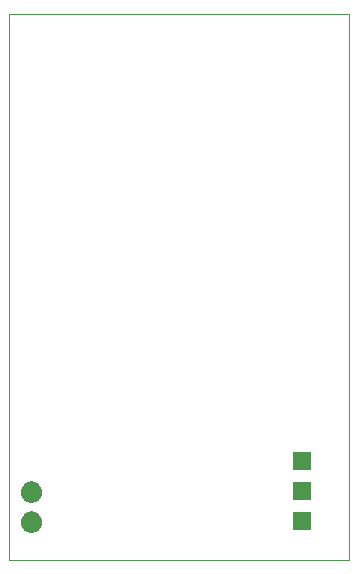
<source format=gbs>
G75*
G71*
%OFA0B0*%
%FSLAX23Y23*%
%IPPOS*%
%LPD*%
%ADD10C,0.1*%
%LPD*%D10*
X0Y0D02*
X0Y100D01*
X0Y200D01*
X0Y300D01*
X0Y399D01*
X0Y499D01*
X0Y599D01*
X0Y699D01*
X0Y799D01*
X0Y899D01*
X0Y999D01*
X0Y1098D01*
X0Y1198D01*
X0Y1298D01*
X0Y1398D01*
X0Y1498D01*
X0Y1598D01*
X0Y1697D01*
X0Y1797D01*
X0Y1897D01*
X0Y1997D01*
X0Y2097D01*
X0Y2197D01*
X0Y2297D01*
X0Y2396D01*
X0Y2496D01*
X0Y2596D01*
X0Y2696D01*
X0Y2796D01*
X0Y2896D01*
X0Y2996D01*
X0Y3095D01*
X0Y3195D01*
X0Y3295D01*
X0Y3395D01*
X0Y3495D01*
X0Y3595D01*
X0Y3694D01*
X0Y3794D01*
X0Y3894D01*
X0Y3994D01*
X0Y4094D01*
X0Y4194D01*
X0Y4294D01*
X0Y4393D01*
X0Y4493D01*
X0Y4593D01*
X0Y4693D01*
X0Y4793D01*
X0Y4893D01*
X0Y4993D01*
X0Y5092D01*
X0Y5192D01*
X0Y5292D01*
X0Y5392D01*
X0Y5492D01*
X0Y5592D01*
X0Y5692D01*
X0Y5791D01*
X0Y5891D01*
X0Y5991D01*
X0Y6091D01*
X0Y6191D01*
X0Y6291D01*
X0Y6390D01*
X0Y6490D01*
X0Y6590D01*
X0Y6690D01*
X0Y6790D01*
X0Y6890D01*
X0Y6990D01*
X0Y7089D01*
X0Y7189D01*
X0Y7289D01*
X0Y7389D01*
X0Y7489D01*
X0Y7589D01*
X0Y7689D01*
X0Y7788D01*
X0Y7888D01*
X0Y7988D01*
X0Y8088D01*
X0Y8188D01*
X0Y8288D01*
X0Y8388D01*
X0Y8487D01*
X0Y8587D01*
X0Y8687D01*
X0Y8787D01*
X0Y8887D01*
X0Y8987D01*
X0Y9086D01*
X0Y9186D01*
X0Y9286D01*
X0Y9386D01*
X0Y9486D01*
X0Y9586D01*
X0Y9686D01*
X0Y9785D01*
X0Y9885D01*
X0Y9985D01*
X0Y10085D01*
X0Y10185D01*
X0Y10285D01*
X0Y10385D01*
X0Y10484D01*
X0Y10584D01*
X0Y10684D01*
X0Y10784D01*
X0Y10884D01*
X0Y10984D01*
X0Y11083D01*
X0Y11183D01*
X0Y11283D01*
X0Y11383D01*
X0Y11483D01*
X0Y11583D01*
X0Y11683D01*
X0Y11782D01*
X0Y11882D01*
X0Y11982D01*
X0Y12082D01*
X0Y12182D01*
X0Y12282D01*
X0Y12382D01*
X0Y12481D01*
X0Y12581D01*
X0Y12681D01*
X0Y12781D01*
X0Y12881D01*
X0Y12981D01*
X0Y13081D01*
X0Y13180D01*
X0Y13280D01*
X0Y13380D01*
X0Y13480D01*
X0Y13580D01*
X0Y13680D01*
X0Y13779D01*
X0Y13879D01*
X0Y13979D01*
X0Y14079D01*
X0Y14179D01*
X0Y14279D01*
X0Y14379D01*
X0Y14478D01*
X0Y14578D01*
X0Y14678D01*
X0Y14778D01*
X0Y14878D01*
X0Y14978D01*
X0Y15078D01*
X0Y15177D01*
X0Y15277D01*
X0Y15377D01*
X0Y15477D01*
X0Y15577D01*
X0Y15677D01*
X0Y15777D01*
X0Y15876D01*
X0Y15976D01*
X0Y16076D01*
X0Y16176D01*
X0Y16276D01*
X0Y16376D01*
X0Y16475D01*
X0Y16575D01*
X0Y16675D01*
X0Y16775D01*
X0Y16875D01*
X0Y16975D01*
X0Y17075D01*
X0Y17174D01*
X0Y17274D01*
X0Y17374D01*
X0Y17474D01*
X0Y17574D01*
X0Y17674D01*
X0Y17774D01*
X0Y17873D01*
X0Y17973D01*
X0Y18073D01*
X0Y18173D01*
X0Y18273D01*
X0Y18373D01*
X0Y18472D01*
X0Y18572D01*
X0Y18672D01*
X0Y18772D01*
X0Y18872D01*
X0Y18972D01*
X0Y19072D01*
X0Y19171D01*
X0Y19271D01*
X0Y19371D01*
X0Y19471D01*
X0Y19571D01*
X0Y19671D01*
X0Y19771D01*
X0Y19870D01*
X0Y19970D01*
X0Y20070D01*
X0Y20170D01*
X0Y20270D01*
X0Y20370D01*
X0Y20470D01*
X0Y20569D01*
X0Y20669D01*
X0Y20769D01*
X0Y20869D01*
X0Y20969D01*
X0Y21069D01*
X0Y21168D01*
X0Y21268D01*
X0Y21368D01*
X0Y21468D01*
X0Y21568D01*
X0Y21668D01*
X0Y21768D01*
X0Y21867D01*
X0Y21967D01*
X0Y22067D01*
X0Y22167D01*
X0Y22267D01*
X0Y22367D01*
X0Y22467D01*
X0Y22566D01*
X0Y22666D01*
X0Y22766D01*
X0Y22866D01*
X0Y22966D01*
X0Y23066D01*
X0Y23166D01*
X0Y23265D01*
X0Y23365D01*
X0Y23465D01*
X0Y23565D01*
X0Y23665D01*
X0Y23765D01*
X0Y23864D01*
X0Y23964D01*
X0Y24064D01*
X0Y24164D01*
X0Y24264D01*
X0Y24364D01*
X0Y24464D01*
X0Y24563D01*
X0Y24663D01*
X0Y24763D01*
X0Y24863D01*
X0Y24963D01*
X0Y25063D01*
X0Y25163D01*
X0Y25262D01*
X0Y25362D01*
X0Y25462D01*
X0Y25562D01*
X0Y25662D01*
X0Y25762D01*
X0Y25861D01*
X0Y25961D01*
X0Y26061D01*
X0Y26161D01*
X0Y26261D01*
X0Y26361D01*
X0Y26461D01*
X0Y26560D01*
X0Y26660D01*
X0Y26760D01*
X0Y26860D01*
X0Y26960D01*
X0Y27060D01*
X0Y27160D01*
X0Y27259D01*
X0Y27359D01*
X0Y27459D01*
X0Y27559D01*
X0Y27659D01*
X0Y27759D01*
X0Y27859D01*
X0Y27958D01*
X0Y28058D01*
X0Y28158D01*
X0Y28258D01*
X0Y28358D01*
X0Y28458D01*
X0Y28557D01*
X0Y28657D01*
X0Y28757D01*
X0Y28857D01*
X0Y28957D01*
X0Y29057D01*
X0Y29157D01*
X0Y29256D01*
X0Y29356D01*
X0Y29456D01*
X0Y29556D01*
X0Y29656D01*
X0Y29756D01*
X0Y29856D01*
X0Y29955D01*
X0Y30055D01*
X0Y30155D01*
X0Y30255D01*
X0Y30355D01*
X0Y30455D01*
X0Y30555D01*
X0Y30654D01*
X0Y30754D01*
X0Y30854D01*
X0Y30954D01*
X0Y31054D01*
X0Y31154D01*
X0Y31253D01*
X0Y31353D01*
X0Y31453D01*
X0Y31553D01*
X0Y31653D01*
X0Y31753D01*
X0Y31853D01*
X0Y31952D01*
X0Y32052D01*
X0Y32152D01*
X0Y32252D01*
X0Y32352D01*
X0Y32452D01*
X0Y32552D01*
X0Y32651D01*
X0Y32751D01*
X0Y32851D01*
X0Y32951D01*
X0Y33051D01*
X0Y33151D01*
X0Y33251D01*
X0Y33350D01*
X0Y33450D01*
X0Y33550D01*
X0Y33650D01*
X0Y33750D01*
X0Y33850D01*
X0Y33949D01*
X0Y34049D01*
X0Y34149D01*
X0Y34249D01*
X0Y34349D01*
X0Y34449D01*
X0Y34549D01*
X0Y34648D01*
X0Y34748D01*
X0Y34848D01*
X0Y34948D01*
X0Y35048D01*
X0Y35148D01*
X0Y35248D01*
X0Y35347D01*
X0Y35447D01*
X0Y35547D01*
X0Y35647D01*
X0Y35747D01*
X0Y35847D01*
X0Y35947D01*
X0Y36046D01*
X0Y36146D01*
X0Y36246D01*
X0Y36346D01*
X0Y36446D01*
X0Y36546D01*
X0Y36645D01*
X0Y36745D01*
X0Y36845D01*
X0Y36945D01*
X0Y37045D01*
X0Y37145D01*
X0Y37245D01*
X0Y37344D01*
X0Y37444D01*
X0Y37544D01*
X0Y37644D01*
X0Y37744D01*
X0Y37844D01*
X0Y37944D01*
X0Y38043D01*
X0Y38143D01*
X0Y38243D01*
X0Y38343D01*
X0Y38443D01*
X0Y38543D01*
X0Y38643D01*
X0Y38742D01*
X0Y38842D01*
X0Y38942D01*
X0Y39042D01*
X0Y39142D01*
X0Y39242D01*
X0Y39341D01*
X0Y39441D01*
X0Y39541D01*
X0Y39641D01*
X0Y39741D01*
X0Y39841D01*
X0Y39941D01*
X0Y40040D01*
X0Y40140D01*
X0Y40240D01*
X0Y40340D01*
X0Y40440D01*
X0Y40540D01*
X0Y40640D01*
X0Y40739D01*
X0Y40839D01*
X0Y40939D01*
X0Y41039D01*
X0Y41139D01*
X0Y41239D01*
X0Y41339D01*
X0Y41438D01*
X0Y41538D01*
X0Y41638D01*
X0Y41738D01*
X0Y41838D01*
X0Y41938D01*
X0Y42037D01*
X0Y42137D01*
X0Y42237D01*
X0Y42337D01*
X0Y42437D01*
X0Y42537D01*
X0Y42637D01*
X0Y42736D01*
X0Y42836D01*
X0Y42936D01*
X0Y43036D01*
X0Y43136D01*
X0Y43236D01*
X0Y43336D01*
X0Y43435D01*
X0Y43535D01*
X0Y43635D01*
X0Y43735D01*
X0Y43835D01*
X0Y43935D01*
X0Y44035D01*
X0Y44134D01*
X0Y44234D01*
X0Y44334D01*
X0Y44434D01*
X0Y44534D01*
X0Y44634D01*
X0Y44734D01*
X0Y44833D01*
X0Y44933D01*
X0Y45033D01*
X0Y45133D01*
X0Y45233D01*
X0Y45333D01*
X0Y45432D01*
X0Y45532D01*
X0Y45632D01*
X0Y45732D01*
X0Y45832D01*
X0Y45932D01*
X0Y46032D01*
X0Y46131D01*
X0Y46231D01*
X100Y46231D01*
X200Y46231D01*
X300Y46231D01*
X400Y46231D01*
X500Y46231D01*
X600Y46231D01*
X700Y46231D01*
X800Y46231D01*
X900Y46231D01*
X999Y46231D01*
X1099Y46231D01*
X1199Y46231D01*
X1299Y46231D01*
X1399Y46231D01*
X1499Y46231D01*
X1599Y46231D01*
X1699Y46231D01*
X1799Y46231D01*
X1899Y46231D01*
X1999Y46231D01*
X2099Y46231D01*
X2199Y46231D01*
X2299Y46231D01*
X2399Y46231D01*
X2499Y46231D01*
X2599Y46231D01*
X2699Y46231D01*
X2799Y46231D01*
X2898Y46231D01*
X2998Y46231D01*
X3098Y46231D01*
X3198Y46231D01*
X3298Y46231D01*
X3398Y46231D01*
X3498Y46231D01*
X3598Y46231D01*
X3698Y46231D01*
X3798Y46231D01*
X3898Y46231D01*
X3998Y46231D01*
X4098Y46231D01*
X4198Y46231D01*
X4298Y46231D01*
X4398Y46231D01*
X4498Y46231D01*
X4598Y46231D01*
X4698Y46231D01*
X4798Y46231D01*
X4897Y46231D01*
X4997Y46231D01*
X5097Y46231D01*
X5197Y46231D01*
X5297Y46231D01*
X5397Y46231D01*
X5497Y46231D01*
X5597Y46231D01*
X5697Y46231D01*
X5797Y46231D01*
X5897Y46231D01*
X5997Y46231D01*
X6097Y46231D01*
X6197Y46231D01*
X6297Y46231D01*
X6397Y46231D01*
X6497Y46231D01*
X6597Y46231D01*
X6697Y46231D01*
X6796Y46231D01*
X6896Y46231D01*
X6996Y46231D01*
X7096Y46231D01*
X7196Y46231D01*
X7296Y46231D01*
X7396Y46231D01*
X7496Y46231D01*
X7596Y46231D01*
X7696Y46231D01*
X7796Y46231D01*
X7896Y46231D01*
X7996Y46231D01*
X8096Y46231D01*
X8196Y46231D01*
X8296Y46231D01*
X8396Y46231D01*
X8496Y46231D01*
X8596Y46231D01*
X8696Y46231D01*
X8795Y46231D01*
X8895Y46231D01*
X8995Y46231D01*
X9095Y46231D01*
X9195Y46231D01*
X9295Y46231D01*
X9395Y46231D01*
X9495Y46231D01*
X9595Y46231D01*
X9695Y46231D01*
X9795Y46231D01*
X9895Y46231D01*
X9995Y46231D01*
X10095Y46231D01*
X10195Y46231D01*
X10295Y46231D01*
X10395Y46231D01*
X10495Y46231D01*
X10595Y46231D01*
X10694Y46231D01*
X10794Y46231D01*
X10894Y46231D01*
X10994Y46231D01*
X11094Y46231D01*
X11194Y46231D01*
X11294Y46231D01*
X11394Y46231D01*
X11494Y46231D01*
X11594Y46231D01*
X11694Y46231D01*
X11794Y46231D01*
X11894Y46231D01*
X11994Y46231D01*
X12094Y46231D01*
X12194Y46231D01*
X12294Y46231D01*
X12394Y46231D01*
X12494Y46231D01*
X12593Y46231D01*
X12693Y46231D01*
X12793Y46231D01*
X12893Y46231D01*
X12993Y46231D01*
X13093Y46231D01*
X13193Y46231D01*
X13293Y46231D01*
X13393Y46231D01*
X13493Y46231D01*
X13593Y46231D01*
X13693Y46231D01*
X13793Y46231D01*
X13893Y46231D01*
X13993Y46231D01*
X14093Y46231D01*
X14193Y46231D01*
X14293Y46231D01*
X14393Y46231D01*
X14493Y46231D01*
X14592Y46231D01*
X14692Y46231D01*
X14792Y46231D01*
X14892Y46231D01*
X14992Y46231D01*
X15092Y46231D01*
X15192Y46231D01*
X15292Y46231D01*
X15392Y46231D01*
X15492Y46231D01*
X15592Y46231D01*
X15692Y46231D01*
X15792Y46231D01*
X15892Y46231D01*
X15992Y46231D01*
X16092Y46231D01*
X16192Y46231D01*
X16292Y46231D01*
X16392Y46231D01*
X16491Y46231D01*
X16591Y46231D01*
X16691Y46231D01*
X16791Y46231D01*
X16891Y46231D01*
X16991Y46231D01*
X17091Y46231D01*
X17191Y46231D01*
X17291Y46231D01*
X17391Y46231D01*
X17491Y46231D01*
X17591Y46231D01*
X17691Y46231D01*
X17791Y46231D01*
X17891Y46231D01*
X17991Y46231D01*
X18091Y46231D01*
X18191Y46231D01*
X18291Y46231D01*
X18391Y46231D01*
X18490Y46231D01*
X18590Y46231D01*
X18690Y46231D01*
X18790Y46231D01*
X18890Y46231D01*
X18990Y46231D01*
X19090Y46231D01*
X19190Y46231D01*
X19290Y46231D01*
X19390Y46231D01*
X19490Y46231D01*
X19590Y46231D01*
X19690Y46231D01*
X19790Y46231D01*
X19890Y46231D01*
X19990Y46231D01*
X20090Y46231D01*
X20190Y46231D01*
X20290Y46231D01*
X20389Y46231D01*
X20489Y46231D01*
X20589Y46231D01*
X20689Y46231D01*
X20789Y46231D01*
X20889Y46231D01*
X20989Y46231D01*
X21089Y46231D01*
X21189Y46231D01*
X21289Y46231D01*
X21389Y46231D01*
X21489Y46231D01*
X21589Y46231D01*
X21689Y46231D01*
X21789Y46231D01*
X21889Y46231D01*
X21989Y46231D01*
X22089Y46231D01*
X22189Y46231D01*
X22289Y46231D01*
X22388Y46231D01*
X22488Y46231D01*
X22588Y46231D01*
X22688Y46231D01*
X22788Y46231D01*
X22888Y46231D01*
X22988Y46231D01*
X23088Y46231D01*
X23188Y46231D01*
X23288Y46231D01*
X23388Y46231D01*
X23488Y46231D01*
X23588Y46231D01*
X23688Y46231D01*
X23788Y46231D01*
X23888Y46231D01*
X23988Y46231D01*
X24088Y46231D01*
X24188Y46231D01*
X24288Y46231D01*
X24387Y46231D01*
X24487Y46231D01*
X24587Y46231D01*
X24687Y46231D01*
X24787Y46231D01*
X24887Y46231D01*
X24987Y46231D01*
X25087Y46231D01*
X25187Y46231D01*
X25287Y46231D01*
X25387Y46231D01*
X25487Y46231D01*
X25587Y46231D01*
X25687Y46231D01*
X25787Y46231D01*
X25887Y46231D01*
X25987Y46231D01*
X26087Y46231D01*
X26187Y46231D01*
X26286Y46231D01*
X26386Y46231D01*
X26486Y46231D01*
X26586Y46231D01*
X26686Y46231D01*
X26786Y46231D01*
X26886Y46231D01*
X26986Y46231D01*
X27086Y46231D01*
X27186Y46231D01*
X27286Y46231D01*
X27386Y46231D01*
X27486Y46231D01*
X27586Y46231D01*
X27686Y46231D01*
X27786Y46231D01*
X27886Y46231D01*
X27986Y46231D01*
X28086Y46231D01*
X28186Y46231D01*
X28285Y46231D01*
X28385Y46231D01*
X28485Y46231D01*
X28585Y46231D01*
X28685Y46231D01*
X28785Y46231D01*
X28785Y46132D01*
X28785Y46032D01*
X28785Y45932D01*
X28785Y45832D01*
X28785Y45732D01*
X28785Y45632D01*
X28785Y45532D01*
X28785Y45433D01*
X28785Y45333D01*
X28785Y45233D01*
X28785Y45133D01*
X28785Y45033D01*
X28785Y44933D01*
X28785Y44833D01*
X28785Y44734D01*
X28785Y44634D01*
X28785Y44534D01*
X28785Y44434D01*
X28785Y44334D01*
X28785Y44234D01*
X28785Y44134D01*
X28785Y44035D01*
X28785Y43935D01*
X28785Y43835D01*
X28785Y43735D01*
X28785Y43635D01*
X28785Y43535D01*
X28785Y43436D01*
X28785Y43336D01*
X28785Y43236D01*
X28785Y43136D01*
X28785Y43036D01*
X28785Y42936D01*
X28785Y42836D01*
X28785Y42737D01*
X28785Y42637D01*
X28785Y42537D01*
X28785Y42437D01*
X28785Y42337D01*
X28785Y42237D01*
X28785Y42137D01*
X28785Y42038D01*
X28785Y41938D01*
X28785Y41838D01*
X28785Y41738D01*
X28785Y41638D01*
X28785Y41538D01*
X28785Y41438D01*
X28785Y41339D01*
X28785Y41239D01*
X28785Y41139D01*
X28785Y41039D01*
X28785Y40939D01*
X28785Y40839D01*
X28785Y40740D01*
X28785Y40640D01*
X28785Y40540D01*
X28785Y40440D01*
X28785Y40340D01*
X28785Y40240D01*
X28785Y40140D01*
X28785Y40041D01*
X28785Y39941D01*
X28785Y39841D01*
X28785Y39741D01*
X28785Y39641D01*
X28785Y39541D01*
X28785Y39441D01*
X28785Y39342D01*
X28785Y39242D01*
X28785Y39142D01*
X28785Y39042D01*
X28785Y38942D01*
X28785Y38842D01*
X28785Y38743D01*
X28785Y38643D01*
X28785Y38543D01*
X28785Y38443D01*
X28785Y38343D01*
X28785Y38243D01*
X28785Y38143D01*
X28785Y38044D01*
X28785Y37944D01*
X28785Y37844D01*
X28785Y37744D01*
X28785Y37644D01*
X28785Y37544D01*
X28785Y37444D01*
X28785Y37345D01*
X28785Y37245D01*
X28785Y37145D01*
X28785Y37045D01*
X28785Y36945D01*
X28785Y36845D01*
X28785Y36745D01*
X28785Y36646D01*
X28785Y36546D01*
X28785Y36446D01*
X28785Y36346D01*
X28785Y36246D01*
X28785Y36146D01*
X28785Y36047D01*
X28785Y35947D01*
X28785Y35847D01*
X28785Y35747D01*
X28785Y35647D01*
X28785Y35547D01*
X28785Y35447D01*
X28785Y35348D01*
X28785Y35248D01*
X28785Y35148D01*
X28785Y35048D01*
X28785Y34948D01*
X28785Y34848D01*
X28785Y34748D01*
X28785Y34649D01*
X28785Y34549D01*
X28785Y34449D01*
X28785Y34349D01*
X28785Y34249D01*
X28785Y34149D01*
X28785Y34050D01*
X28785Y33950D01*
X28785Y33850D01*
X28785Y33750D01*
X28785Y33650D01*
X28785Y33550D01*
X28785Y33450D01*
X28785Y33351D01*
X28785Y33251D01*
X28785Y33151D01*
X28785Y33051D01*
X28785Y32951D01*
X28785Y32851D01*
X28785Y32751D01*
X28785Y32652D01*
X28785Y32552D01*
X28785Y32452D01*
X28785Y32352D01*
X28785Y32252D01*
X28785Y32152D01*
X28785Y32052D01*
X28785Y31953D01*
X28785Y31853D01*
X28785Y31753D01*
X28785Y31653D01*
X28785Y31553D01*
X28785Y31453D01*
X28785Y31354D01*
X28785Y31254D01*
X28785Y31154D01*
X28785Y31054D01*
X28785Y30954D01*
X28785Y30854D01*
X28785Y30754D01*
X28785Y30655D01*
X28785Y30555D01*
X28785Y30455D01*
X28785Y30355D01*
X28785Y30255D01*
X28785Y30155D01*
X28785Y30055D01*
X28785Y29956D01*
X28785Y29856D01*
X28785Y29756D01*
X28785Y29656D01*
X28785Y29556D01*
X28785Y29456D01*
X28785Y29356D01*
X28785Y29257D01*
X28785Y29157D01*
X28785Y29057D01*
X28785Y28957D01*
X28785Y28857D01*
X28785Y28757D01*
X28785Y28658D01*
X28785Y28558D01*
X28785Y28458D01*
X28785Y28358D01*
X28785Y28258D01*
X28785Y28158D01*
X28785Y28058D01*
X28785Y27959D01*
X28785Y27859D01*
X28785Y27759D01*
X28785Y27659D01*
X28785Y27559D01*
X28785Y27459D01*
X28785Y27359D01*
X28785Y27260D01*
X28785Y27160D01*
X28785Y27060D01*
X28785Y26960D01*
X28785Y26860D01*
X28785Y26760D01*
X28785Y26661D01*
X28785Y26561D01*
X28785Y26461D01*
X28785Y26361D01*
X28785Y26261D01*
X28785Y26161D01*
X28785Y26061D01*
X28785Y25962D01*
X28785Y25862D01*
X28785Y25762D01*
X28785Y25662D01*
X28785Y25562D01*
X28785Y25462D01*
X28785Y25362D01*
X28785Y25263D01*
X28785Y25163D01*
X28785Y25063D01*
X28785Y24963D01*
X28785Y24863D01*
X28785Y24763D01*
X28785Y24663D01*
X28785Y24564D01*
X28785Y24464D01*
X28785Y24364D01*
X28785Y24264D01*
X28785Y24164D01*
X28785Y24064D01*
X28785Y23965D01*
X28785Y23865D01*
X28785Y23765D01*
X28785Y23665D01*
X28785Y23565D01*
X28785Y23465D01*
X28785Y23365D01*
X28785Y23266D01*
X28785Y23166D01*
X28785Y23066D01*
X28785Y22966D01*
X28785Y22866D01*
X28785Y22766D01*
X28785Y22666D01*
X28785Y22567D01*
X28785Y22467D01*
X28785Y22367D01*
X28785Y22267D01*
X28785Y22167D01*
X28785Y22067D01*
X28785Y21967D01*
X28785Y21868D01*
X28785Y21768D01*
X28785Y21668D01*
X28785Y21568D01*
X28785Y21468D01*
X28785Y21368D01*
X28785Y21269D01*
X28785Y21169D01*
X28785Y21069D01*
X28785Y20969D01*
X28785Y20869D01*
X28785Y20769D01*
X28785Y20669D01*
X28785Y20570D01*
X28785Y20470D01*
X28785Y20370D01*
X28785Y20270D01*
X28785Y20170D01*
X28785Y20070D01*
X28785Y19970D01*
X28785Y19871D01*
X28785Y19771D01*
X28785Y19671D01*
X28785Y19571D01*
X28785Y19471D01*
X28785Y19371D01*
X28785Y19271D01*
X28785Y19172D01*
X28785Y19072D01*
X28785Y18972D01*
X28785Y18872D01*
X28785Y18772D01*
X28785Y18672D01*
X28785Y18573D01*
X28785Y18473D01*
X28785Y18373D01*
X28785Y18273D01*
X28785Y18173D01*
X28785Y18073D01*
X28785Y17973D01*
X28785Y17874D01*
X28785Y17774D01*
X28785Y17674D01*
X28785Y17574D01*
X28785Y17474D01*
X28785Y17374D01*
X28785Y17274D01*
X28785Y17175D01*
X28785Y17075D01*
X28785Y16975D01*
X28785Y16875D01*
X28785Y16775D01*
X28785Y16675D01*
X28785Y16576D01*
X28785Y16476D01*
X28785Y16376D01*
X28785Y16276D01*
X28785Y16176D01*
X28785Y16076D01*
X28785Y15976D01*
X28785Y15877D01*
X28785Y15777D01*
X28785Y15677D01*
X28785Y15577D01*
X28785Y15477D01*
X28785Y15377D01*
X28785Y15277D01*
X28785Y15178D01*
X28785Y15078D01*
X28785Y14978D01*
X28785Y14878D01*
X28785Y14778D01*
X28785Y14678D01*
X28785Y14578D01*
X28785Y14479D01*
X28785Y14379D01*
X28785Y14279D01*
X28785Y14179D01*
X28785Y14079D01*
X28785Y13979D01*
X28785Y13880D01*
X28785Y13780D01*
X28785Y13680D01*
X28785Y13580D01*
X28785Y13480D01*
X28785Y13380D01*
X28785Y13280D01*
X28785Y13181D01*
X28785Y13081D01*
X28785Y12981D01*
X28785Y12881D01*
X28785Y12781D01*
X28785Y12681D01*
X28785Y12581D01*
X28785Y12482D01*
X28785Y12382D01*
X28785Y12282D01*
X28785Y12182D01*
X28785Y12082D01*
X28785Y11982D01*
X28785Y11882D01*
X28785Y11783D01*
X28785Y11683D01*
X28785Y11583D01*
X28785Y11483D01*
X28785Y11383D01*
X28785Y11283D01*
X28785Y11184D01*
X28785Y11084D01*
X28785Y10984D01*
X28785Y10884D01*
X28785Y10784D01*
X28785Y10684D01*
X28785Y10584D01*
X28785Y10485D01*
X28785Y10385D01*
X28785Y10285D01*
X28785Y10185D01*
X28785Y10085D01*
X28785Y9985D01*
X28785Y9885D01*
X28785Y9786D01*
X28785Y9686D01*
X28785Y9586D01*
X28785Y9486D01*
X28785Y9386D01*
X28785Y9286D01*
X28785Y9186D01*
X28785Y9087D01*
X28785Y8987D01*
X28785Y8887D01*
X28785Y8787D01*
X28785Y8687D01*
X28785Y8587D01*
X28785Y8488D01*
X28785Y8388D01*
X28785Y8288D01*
X28785Y8188D01*
X28785Y8088D01*
X28785Y7988D01*
X28785Y7888D01*
X28785Y7789D01*
X28785Y7689D01*
X28785Y7589D01*
X28785Y7489D01*
X28785Y7389D01*
X28785Y7289D01*
X28785Y7189D01*
X28785Y7090D01*
X28785Y6990D01*
X28785Y6890D01*
X28785Y6790D01*
X28785Y6690D01*
X28785Y6590D01*
X28785Y6490D01*
X28785Y6391D01*
X28785Y6291D01*
X28785Y6191D01*
X28785Y6091D01*
X28785Y5991D01*
X28785Y5891D01*
X28785Y5792D01*
X28785Y5692D01*
X28785Y5592D01*
X28785Y5492D01*
X28785Y5392D01*
X28785Y5292D01*
X28785Y5192D01*
X28785Y5093D01*
X28785Y4993D01*
X28785Y4893D01*
X28785Y4793D01*
X28785Y4693D01*
X28785Y4593D01*
X28785Y4493D01*
X28785Y4394D01*
X28785Y4294D01*
X28785Y4194D01*
X28785Y4094D01*
X28785Y3994D01*
X28785Y3894D01*
X28785Y3794D01*
X28785Y3695D01*
X28785Y3595D01*
X28785Y3495D01*
X28785Y3395D01*
X28785Y3295D01*
X28785Y3195D01*
X28785Y3095D01*
X28785Y2996D01*
X28785Y2896D01*
X28785Y2796D01*
X28785Y2696D01*
X28785Y2596D01*
X28785Y2496D01*
X28785Y2397D01*
X28785Y2297D01*
X28785Y2197D01*
X28785Y2097D01*
X28785Y1997D01*
X28785Y1897D01*
X28785Y1797D01*
X28785Y1698D01*
X28785Y1598D01*
X28785Y1498D01*
X28785Y1398D01*
X28785Y1298D01*
X28785Y1198D01*
X28785Y1098D01*
X28785Y999D01*
X28785Y899D01*
X28785Y799D01*
X28785Y699D01*
X28785Y599D01*
X28785Y499D01*
X28785Y399D01*
X28785Y300D01*
X28785Y200D01*
X28785Y100D01*
X28785Y0D01*
X28685Y0D01*
X28585Y0D01*
X28485Y0D01*
X28385Y0D01*
X28286Y0D01*
X28186Y0D01*
X28086Y0D01*
X27986Y0D01*
X27886Y0D01*
X27786Y0D01*
X27686Y0D01*
X27586Y0D01*
X27486Y0D01*
X27386Y0D01*
X27286Y0D01*
X27186Y0D01*
X27086Y0D01*
X26986Y0D01*
X26886Y0D01*
X26786Y0D01*
X26686Y0D01*
X26586Y0D01*
X26486Y0D01*
X26387Y0D01*
X26287Y0D01*
X26187Y0D01*
X26087Y0D01*
X25987Y0D01*
X25887Y0D01*
X25787Y0D01*
X25687Y0D01*
X25587Y0D01*
X25487Y0D01*
X25387Y0D01*
X25287Y0D01*
X25187Y0D01*
X25087Y0D01*
X24987Y0D01*
X24887Y0D01*
X24787Y0D01*
X24687Y0D01*
X24587Y0D01*
X24487Y0D01*
X24388Y0D01*
X24288Y0D01*
X24188Y0D01*
X24088Y0D01*
X23988Y0D01*
X23888Y0D01*
X23788Y0D01*
X23688Y0D01*
X23588Y0D01*
X23488Y0D01*
X23388Y0D01*
X23288Y0D01*
X23188Y0D01*
X23088Y0D01*
X22988Y0D01*
X22888Y0D01*
X22788Y0D01*
X22688Y0D01*
X22588Y0D01*
X22489Y0D01*
X22389Y0D01*
X22289Y0D01*
X22189Y0D01*
X22089Y0D01*
X21989Y0D01*
X21889Y0D01*
X21789Y0D01*
X21689Y0D01*
X21589Y0D01*
X21489Y0D01*
X21389Y0D01*
X21289Y0D01*
X21189Y0D01*
X21089Y0D01*
X20989Y0D01*
X20889Y0D01*
X20789Y0D01*
X20689Y0D01*
X20590Y0D01*
X20490Y0D01*
X20390Y0D01*
X20290Y0D01*
X20190Y0D01*
X20090Y0D01*
X19990Y0D01*
X19890Y0D01*
X19790Y0D01*
X19690Y0D01*
X19590Y0D01*
X19490Y0D01*
X19390Y0D01*
X19290Y0D01*
X19190Y0D01*
X19090Y0D01*
X18990Y0D01*
X18890Y0D01*
X18790Y0D01*
X18690Y0D01*
X18591Y0D01*
X18491Y0D01*
X18391Y0D01*
X18291Y0D01*
X18191Y0D01*
X18091Y0D01*
X17991Y0D01*
X17891Y0D01*
X17791Y0D01*
X17691Y0D01*
X17591Y0D01*
X17491Y0D01*
X17391Y0D01*
X17291Y0D01*
X17191Y0D01*
X17091Y0D01*
X16991Y0D01*
X16891Y0D01*
X16791Y0D01*
X16692Y0D01*
X16592Y0D01*
X16492Y0D01*
X16392Y0D01*
X16292Y0D01*
X16192Y0D01*
X16092Y0D01*
X15992Y0D01*
X15892Y0D01*
X15792Y0D01*
X15692Y0D01*
X15592Y0D01*
X15492Y0D01*
X15392Y0D01*
X15292Y0D01*
X15192Y0D01*
X15092Y0D01*
X14992Y0D01*
X14892Y0D01*
X14792Y0D01*
X14693Y0D01*
X14593Y0D01*
X14493Y0D01*
X14393Y0D01*
X14293Y0D01*
X14193Y0D01*
X14093Y0D01*
X13993Y0D01*
X13893Y0D01*
X13793Y0D01*
X13693Y0D01*
X13593Y0D01*
X13493Y0D01*
X13393Y0D01*
X13293Y0D01*
X13193Y0D01*
X13093Y0D01*
X12993Y0D01*
X12893Y0D01*
X12794Y0D01*
X12694Y0D01*
X12594Y0D01*
X12494Y0D01*
X12394Y0D01*
X12294Y0D01*
X12194Y0D01*
X12094Y0D01*
X11994Y0D01*
X11894Y0D01*
X11794Y0D01*
X11694Y0D01*
X11594Y0D01*
X11494Y0D01*
X11394Y0D01*
X11294Y0D01*
X11194Y0D01*
X11094Y0D01*
X10994Y0D01*
X10894Y0D01*
X10795Y0D01*
X10695Y0D01*
X10595Y0D01*
X10495Y0D01*
X10395Y0D01*
X10295Y0D01*
X10195Y0D01*
X10095Y0D01*
X9995Y0D01*
X9895Y0D01*
X9795Y0D01*
X9695Y0D01*
X9595Y0D01*
X9495Y0D01*
X9395Y0D01*
X9295Y0D01*
X9195Y0D01*
X9095Y0D01*
X8995Y0D01*
X8896Y0D01*
X8796Y0D01*
X8696Y0D01*
X8596Y0D01*
X8496Y0D01*
X8396Y0D01*
X8296Y0D01*
X8196Y0D01*
X8096Y0D01*
X7996Y0D01*
X7896Y0D01*
X7796Y0D01*
X7696Y0D01*
X7596Y0D01*
X7496Y0D01*
X7396Y0D01*
X7296Y0D01*
X7196Y0D01*
X7096Y0D01*
X6996Y0D01*
X6897Y0D01*
X6797Y0D01*
X6697Y0D01*
X6597Y0D01*
X6497Y0D01*
X6397Y0D01*
X6297Y0D01*
X6197Y0D01*
X6097Y0D01*
X5997Y0D01*
X5897Y0D01*
X5797Y0D01*
X5697Y0D01*
X5597Y0D01*
X5497Y0D01*
X5397Y0D01*
X5297Y0D01*
X5197Y0D01*
X5097Y0D01*
X4998Y0D01*
X4898Y0D01*
X4798Y0D01*
X4698Y0D01*
X4598Y0D01*
X4498Y0D01*
X4398Y0D01*
X4298Y0D01*
X4198Y0D01*
X4098Y0D01*
X3998Y0D01*
X3898Y0D01*
X3798Y0D01*
X3698Y0D01*
X3598Y0D01*
X3498Y0D01*
X3398Y0D01*
X3298Y0D01*
X3198Y0D01*
X3098Y0D01*
X2999Y0D01*
X2899Y0D01*
X2799Y0D01*
X2699Y0D01*
X2599Y0D01*
X2499Y0D01*
X2399Y0D01*
X2299Y0D01*
X2199Y0D01*
X2099Y0D01*
X1999Y0D01*
X1899Y0D01*
X1799Y0D01*
X1699Y0D01*
X1599Y0D01*
X1499Y0D01*
X1399Y0D01*
X1299Y0D01*
X1199Y0D01*
X1099Y0D01*
X1000Y0D01*
X900Y0D01*
X800Y0D01*
X700Y0D01*
X600Y0D01*
X500Y0D01*
X400Y0D01*
X300Y0D01*
X200Y0D01*
X100Y0D01*
X0Y0D01*
X0Y0D01*
G36*
X1897Y4828D02*
X1897Y4828D01*
X1803Y4833D01*
X1710Y4847D01*
X1619Y4872D01*
X1531Y4906D01*
X1447Y4948D01*
X1368Y5000D01*
X1295Y5059D01*
X1228Y5126D01*
X1169Y5199D01*
X1118Y5278D01*
X1075Y5362D01*
X1041Y5450D01*
X1017Y5541D01*
X1002Y5634D01*
X997Y5728D01*
X997Y5728D01*
X1002Y5822D01*
X1017Y5915D01*
X1041Y6006D01*
X1075Y6094D01*
X1118Y6178D01*
X1169Y6257D01*
X1228Y6330D01*
X1295Y6397D01*
X1368Y6456D01*
X1447Y6508D01*
X1531Y6550D01*
X1619Y6584D01*
X1710Y6609D01*
X1803Y6623D01*
X1897Y6628D01*
X1897Y6628D01*
X1991Y6623D01*
X2084Y6609D01*
X2175Y6584D01*
X2263Y6550D01*
X2347Y6508D01*
X2426Y6456D01*
X2499Y6397D01*
X2566Y6330D01*
X2625Y6257D01*
X2677Y6178D01*
X2719Y6094D01*
X2753Y6006D01*
X2778Y5915D01*
X2792Y5822D01*
X2797Y5728D01*
X2797Y5728D01*
X2792Y5634D01*
X2778Y5541D01*
X2753Y5450D01*
X2719Y5362D01*
X2677Y5278D01*
X2625Y5199D01*
X2566Y5126D01*
X2499Y5059D01*
X2426Y5000D01*
X2347Y4948D01*
X2263Y4906D01*
X2175Y4872D01*
X2084Y4847D01*
X1991Y4833D01*
X1897Y4828D01*
G37*
G36*
X1897Y2288D02*
X1897Y2288D01*
X1803Y2293D01*
X1710Y2307D01*
X1619Y2332D01*
X1531Y2366D01*
X1447Y2408D01*
X1368Y2460D01*
X1295Y2519D01*
X1228Y2586D01*
X1169Y2659D01*
X1118Y2738D01*
X1075Y2822D01*
X1041Y2910D01*
X1017Y3001D01*
X1002Y3094D01*
X997Y3188D01*
X997Y3188D01*
X1002Y3282D01*
X1017Y3375D01*
X1041Y3466D01*
X1075Y3554D01*
X1118Y3638D01*
X1169Y3717D01*
X1228Y3790D01*
X1295Y3857D01*
X1368Y3916D01*
X1447Y3968D01*
X1531Y4010D01*
X1619Y4044D01*
X1710Y4069D01*
X1803Y4083D01*
X1897Y4088D01*
X1897Y4088D01*
X1991Y4083D01*
X2084Y4069D01*
X2175Y4044D01*
X2263Y4010D01*
X2347Y3968D01*
X2426Y3916D01*
X2499Y3857D01*
X2566Y3790D01*
X2625Y3717D01*
X2677Y3638D01*
X2719Y3554D01*
X2753Y3466D01*
X2778Y3375D01*
X2792Y3282D01*
X2797Y3188D01*
X2797Y3188D01*
X2792Y3094D01*
X2778Y3001D01*
X2753Y2910D01*
X2719Y2822D01*
X2677Y2738D01*
X2625Y2659D01*
X2566Y2586D01*
X2499Y2519D01*
X2426Y2460D01*
X2347Y2408D01*
X2263Y2366D01*
X2175Y2332D01*
X2084Y2307D01*
X1991Y2293D01*
X1897Y2288D01*
G37*
G36*
X23995Y9160D02*
X23995Y7636D01*
X25519Y7636D01*
X25519Y9160D01*
X23995Y9160D01*
G37*
G36*
X23995Y6620D02*
X23995Y5096D01*
X25519Y5096D01*
X25519Y6620D01*
X23995Y6620D01*
G37*
G36*
X23995Y4080D02*
X23995Y2556D01*
X25519Y2556D01*
X25519Y4080D01*
X23995Y4080D01*
G37*
M02*

</source>
